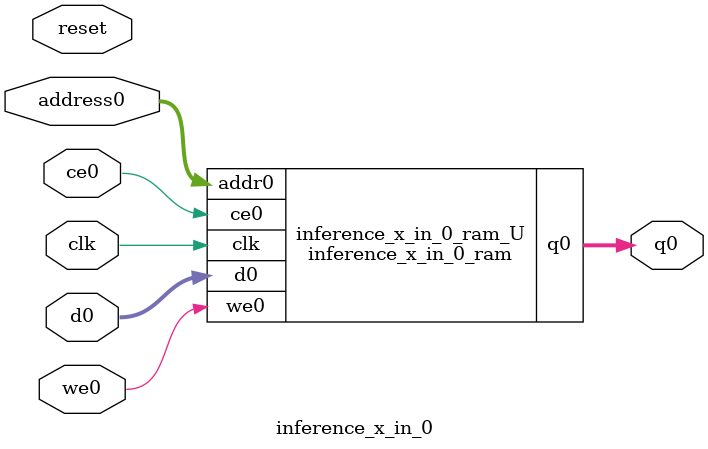
<source format=v>

`timescale 1 ns / 1 ps
module inference_x_in_0_ram (addr0, ce0, d0, we0, q0,  clk);

parameter DWIDTH = 32;
parameter AWIDTH = 10;
parameter MEM_SIZE = 784;

input[AWIDTH-1:0] addr0;
input ce0;
input[DWIDTH-1:0] d0;
input we0;
output reg[DWIDTH-1:0] q0;
input clk;

(* ram_style = "block" *)reg [DWIDTH-1:0] ram[MEM_SIZE-1:0];




always @(posedge clk)  
begin 
    if (ce0) 
    begin
        if (we0) 
        begin 
            ram[addr0] <= d0; 
            q0 <= d0;
        end 
        else 
            q0 <= ram[addr0];
    end
end


endmodule


`timescale 1 ns / 1 ps
module inference_x_in_0(
    reset,
    clk,
    address0,
    ce0,
    we0,
    d0,
    q0);

parameter DataWidth = 32'd32;
parameter AddressRange = 32'd784;
parameter AddressWidth = 32'd10;
input reset;
input clk;
input[AddressWidth - 1:0] address0;
input ce0;
input we0;
input[DataWidth - 1:0] d0;
output[DataWidth - 1:0] q0;



inference_x_in_0_ram inference_x_in_0_ram_U(
    .clk( clk ),
    .addr0( address0 ),
    .ce0( ce0 ),
    .d0( d0 ),
    .we0( we0 ),
    .q0( q0 ));

endmodule


</source>
